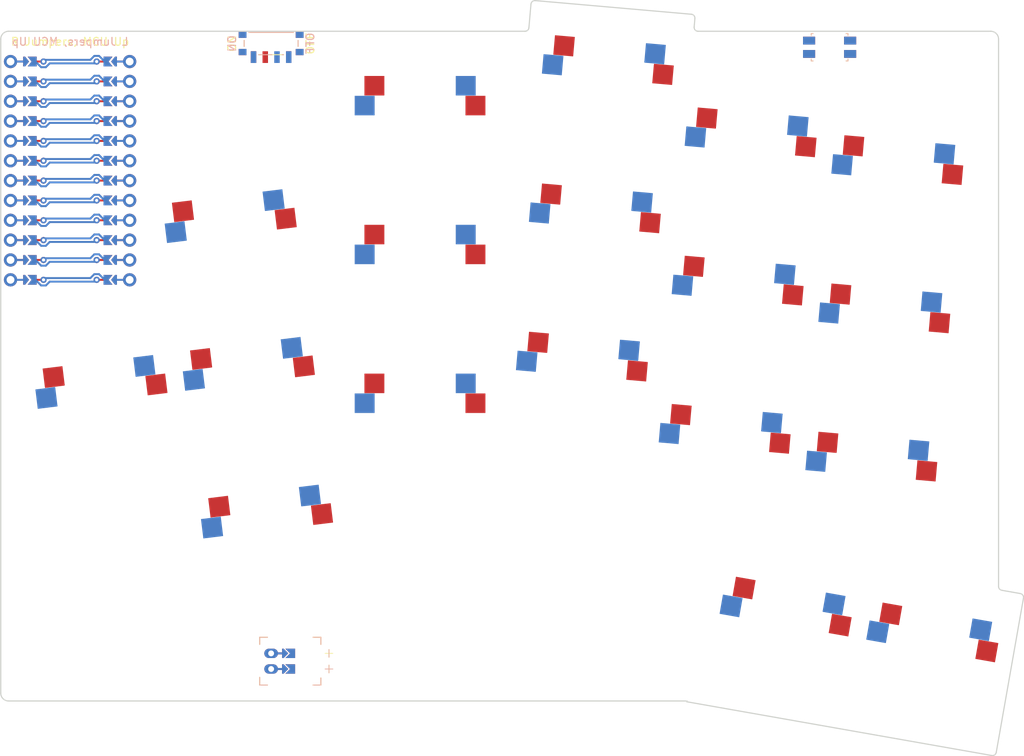
<source format=kicad_pcb>


(kicad_pcb
  (version 20240108)
  (generator "ergogen")
  (generator_version "4.1.0")
  (general
    (thickness 1.6)
    (legacy_teardrops no)
  )
  (paper "A3")
  (title_block
    (title "reversible_split")
    (date "2024-09-03")
    (rev "v1.0.0")
    (company "Unknown")
  )

  (layers
    (0 "F.Cu" signal)
    (31 "B.Cu" signal)
    (32 "B.Adhes" user "B.Adhesive")
    (33 "F.Adhes" user "F.Adhesive")
    (34 "B.Paste" user)
    (35 "F.Paste" user)
    (36 "B.SilkS" user "B.Silkscreen")
    (37 "F.SilkS" user "F.Silkscreen")
    (38 "B.Mask" user)
    (39 "F.Mask" user)
    (40 "Dwgs.User" user "User.Drawings")
    (41 "Cmts.User" user "User.Comments")
    (42 "Eco1.User" user "User.Eco1")
    (43 "Eco2.User" user "User.Eco2")
    (44 "Edge.Cuts" user)
    (45 "Margin" user)
    (46 "B.CrtYd" user "B.Courtyard")
    (47 "F.CrtYd" user "F.Courtyard")
    (48 "B.Fab" user)
    (49 "F.Fab" user)
  )

  (setup
    (pad_to_mask_clearance 0.05)
    (allow_soldermask_bridges_in_footprints no)
    (pcbplotparams
      (layerselection 0x00010fc_ffffffff)
      (plot_on_all_layers_selection 0x0000000_00000000)
      (disableapertmacros no)
      (usegerberextensions no)
      (usegerberattributes yes)
      (usegerberadvancedattributes yes)
      (creategerberjobfile yes)
      (dashed_line_dash_ratio 12.000000)
      (dashed_line_gap_ratio 3.000000)
      (svgprecision 4)
      (plotframeref no)
      (viasonmask no)
      (mode 1)
      (useauxorigin no)
      (hpglpennumber 1)
      (hpglpenspeed 20)
      (hpglpendiameter 15.000000)
      (pdf_front_fp_property_popups yes)
      (pdf_back_fp_property_popups yes)
      (dxfpolygonmode yes)
      (dxfimperialunits yes)
      (dxfusepcbnewfont yes)
      (psnegative no)
      (psa4output no)
      (plotreference yes)
      (plotvalue yes)
      (plotfptext yes)
      (plotinvisibletext no)
      (sketchpadsonfab no)
      (subtractmaskfromsilk no)
      (outputformat 1)
      (mirror no)
      (drillshape 1)
      (scaleselection 1)
      (outputdirectory "")
    )
  )

  (net 0 "")
(net 1 "GND")
(net 2 "matrix_outer_home")
(net 3 "matrix_pinky_bottom")
(net 4 "matrix_pinky_home")
(net 5 "matrix_pinky_top")
(net 6 "matrix_ring_bottom")
(net 7 "matrix_ring_home")
(net 8 "matrix_ring_top")
(net 9 "matrix_middle_bottom")
(net 10 "matrix_middle_home")
(net 11 "matrix_middle_top")
(net 12 "matrix_index_bottom")
(net 13 "matrix_index_home")
(net 14 "matrix_index_top")
(net 15 "matrix_inner_bottom")
(net 16 "matrix_inner_home")
(net 17 "matrix_inner_top")
(net 18 "thumb_tucky")
(net 19 "thumb_reachy")
(net 20 "RAW")
(net 21 "RST")
(net 22 "VCC")
(net 23 "P101")
(net 24 "P102")
(net 25 "P107")
(net 26 "MCU1_24")
(net 27 "MCU1_1")
(net 28 "MCU1_23")
(net 29 "MCU1_2")
(net 30 "MCU1_22")
(net 31 "MCU1_3")
(net 32 "MCU1_21")
(net 33 "MCU1_4")
(net 34 "MCU1_20")
(net 35 "MCU1_5")
(net 36 "MCU1_19")
(net 37 "MCU1_6")
(net 38 "MCU1_18")
(net 39 "MCU1_7")
(net 40 "MCU1_17")
(net 41 "MCU1_8")
(net 42 "MCU1_16")
(net 43 "MCU1_9")
(net 44 "MCU1_15")
(net 45 "MCU1_10")
(net 46 "MCU1_14")
(net 47 "MCU1_11")
(net 48 "MCU1_13")
(net 49 "MCU1_12")
(net 50 "pos")
(net 51 "B-")
(net 52 "JST1_1")
(net 53 "JST1_2")
(net 54 "B+")

  
        
      (module MX (layer F.Cu) (tedit 5DD4F656)
      (at 115.2134057 117.7869842 7)

      
      (fp_text reference "S1" (at 0 0) (layer F.SilkS) hide (effects (font (size 1.27 1.27) (thickness 0.15))))
      (fp_text value "" (at 0 0) (layer F.SilkS) hide (effects (font (size 1.27 1.27) (thickness 0.15))))

      
      (fp_line (start -7 -6) (end -7 -7) (layer Dwgs.User) (width 0.15))
      (fp_line (start -7 7) (end -6 7) (layer Dwgs.User) (width 0.15))
      (fp_line (start -6 -7) (end -7 -7) (layer Dwgs.User) (width 0.15))
      (fp_line (start -7 7) (end -7 6) (layer Dwgs.User) (width 0.15))
      (fp_line (start 7 6) (end 7 7) (layer Dwgs.User) (width 0.15))
      (fp_line (start 7 -7) (end 6 -7) (layer Dwgs.User) (width 0.15))
      (fp_line (start 6 7) (end 7 7) (layer Dwgs.User) (width 0.15))
      (fp_line (start 7 -7) (end 7 -6) (layer Dwgs.User) (width 0.15))
    
      
      (pad "" np_thru_hole circle (at 0 0) (size 3.9878 3.9878) (drill 3.9878) (layers *.Cu *.Mask))

      
      (pad "" np_thru_hole circle (at 5.08 0) (size 1.7018 1.7018) (drill 1.7018) (layers *.Cu *.Mask))
      (pad "" np_thru_hole circle (at -5.08 0) (size 1.7018 1.7018) (drill 1.7018) (layers *.Cu *.Mask))
      
        
      
      (fp_line (start -9.5 -9.5) (end 9.5 -9.5) (layer Dwgs.User) (width 0.15))
      (fp_line (start 9.5 -9.5) (end 9.5 9.5) (layer Dwgs.User) (width 0.15))
      (fp_line (start 9.5 9.5) (end -9.5 9.5) (layer Dwgs.User) (width 0.15))
      (fp_line (start -9.5 9.5) (end -9.5 -9.5) (layer Dwgs.User) (width 0.15))
      
        
        
        (pad "" np_thru_hole circle (at 2.54 -5.08) (size 3 3) (drill 3) (layers *.Cu *.Mask))
        (pad "" np_thru_hole circle (at -3.81 -2.54) (size 3 3) (drill 3) (layers *.Cu *.Mask))
        
        
        (pad 1 smd rect (at -7.085 -2.54 7) (size 2.55 2.5) (layers B.Cu B.Paste B.Mask) (net 1 "GND"))
        (pad 2 smd rect (at 5.842 -5.08 7) (size 2.55 2.5) (layers B.Cu B.Paste B.Mask) (net 2 "matrix_outer_home"))
        
        
        
        (pad "" np_thru_hole circle (at -2.54 -5.08) (size 3 3) (drill 3) (layers *.Cu *.Mask))
        (pad "" np_thru_hole circle (at 3.81 -2.54) (size 3 3) (drill 3) (layers *.Cu *.Mask))
        
        
        (pad 1 smd rect (at 7.085 -2.54 7) (size 2.55 2.5) (layers F.Cu F.Paste F.Mask) (net 1 "GND"))
        (pad 2 smd rect (at -5.842 -5.08 7) (size 2.55 2.5) (layers F.Cu F.Paste F.Mask) (net 2 "matrix_outer_home"))
        )
        

        
      (module MX (layer F.Cu) (tedit 5DD4F656)
      (at 136.3933936 134.3794709 7)

      
      (fp_text reference "S2" (at 0 0) (layer F.SilkS) hide (effects (font (size 1.27 1.27) (thickness 0.15))))
      (fp_text value "" (at 0 0) (layer F.SilkS) hide (effects (font (size 1.27 1.27) (thickness 0.15))))

      
      (fp_line (start -7 -6) (end -7 -7) (layer Dwgs.User) (width 0.15))
      (fp_line (start -7 7) (end -6 7) (layer Dwgs.User) (width 0.15))
      (fp_line (start -6 -7) (end -7 -7) (layer Dwgs.User) (width 0.15))
      (fp_line (start -7 7) (end -7 6) (layer Dwgs.User) (width 0.15))
      (fp_line (start 7 6) (end 7 7) (layer Dwgs.User) (width 0.15))
      (fp_line (start 7 -7) (end 6 -7) (layer Dwgs.User) (width 0.15))
      (fp_line (start 6 7) (end 7 7) (layer Dwgs.User) (width 0.15))
      (fp_line (start 7 -7) (end 7 -6) (layer Dwgs.User) (width 0.15))
    
      
      (pad "" np_thru_hole circle (at 0 0) (size 3.9878 3.9878) (drill 3.9878) (layers *.Cu *.Mask))

      
      (pad "" np_thru_hole circle (at 5.08 0) (size 1.7018 1.7018) (drill 1.7018) (layers *.Cu *.Mask))
      (pad "" np_thru_hole circle (at -5.08 0) (size 1.7018 1.7018) (drill 1.7018) (layers *.Cu *.Mask))
      
        
      
      (fp_line (start -9.5 -9.5) (end 9.5 -9.5) (layer Dwgs.User) (width 0.15))
      (fp_line (start 9.5 -9.5) (end 9.5 9.5) (layer Dwgs.User) (width 0.15))
      (fp_line (start 9.5 9.5) (end -9.5 9.5) (layer Dwgs.User) (width 0.15))
      (fp_line (start -9.5 9.5) (end -9.5 -9.5) (layer Dwgs.User) (width 0.15))
      
        
        
        (pad "" np_thru_hole circle (at 2.54 -5.08) (size 3 3) (drill 3) (layers *.Cu *.Mask))
        (pad "" np_thru_hole circle (at -3.81 -2.54) (size 3 3) (drill 3) (layers *.Cu *.Mask))
        
        
        (pad 1 smd rect (at -7.085 -2.54 7) (size 2.55 2.5) (layers B.Cu B.Paste B.Mask) (net 1 "GND"))
        (pad 2 smd rect (at 5.842 -5.08 7) (size 2.55 2.5) (layers B.Cu B.Paste B.Mask) (net 3 "matrix_pinky_bottom"))
        
        
        
        (pad "" np_thru_hole circle (at -2.54 -5.08) (size 3 3) (drill 3) (layers *.Cu *.Mask))
        (pad "" np_thru_hole circle (at 3.81 -2.54) (size 3 3) (drill 3) (layers *.Cu *.Mask))
        
        
        (pad 1 smd rect (at 7.085 -2.54 7) (size 2.55 2.5) (layers F.Cu F.Paste F.Mask) (net 1 "GND"))
        (pad 2 smd rect (at -5.842 -5.08 7) (size 2.55 2.5) (layers F.Cu F.Paste F.Mask) (net 3 "matrix_pinky_bottom"))
        )
        

        
      (module MX (layer F.Cu) (tedit 5DD4F656)
      (at 134.0717826 115.4714667 7)

      
      (fp_text reference "S3" (at 0 0) (layer F.SilkS) hide (effects (font (size 1.27 1.27) (thickness 0.15))))
      (fp_text value "" (at 0 0) (layer F.SilkS) hide (effects (font (size 1.27 1.27) (thickness 0.15))))

      
      (fp_line (start -7 -6) (end -7 -7) (layer Dwgs.User) (width 0.15))
      (fp_line (start -7 7) (end -6 7) (layer Dwgs.User) (width 0.15))
      (fp_line (start -6 -7) (end -7 -7) (layer Dwgs.User) (width 0.15))
      (fp_line (start -7 7) (end -7 6) (layer Dwgs.User) (width 0.15))
      (fp_line (start 7 6) (end 7 7) (layer Dwgs.User) (width 0.15))
      (fp_line (start 7 -7) (end 6 -7) (layer Dwgs.User) (width 0.15))
      (fp_line (start 6 7) (end 7 7) (layer Dwgs.User) (width 0.15))
      (fp_line (start 7 -7) (end 7 -6) (layer Dwgs.User) (width 0.15))
    
      
      (pad "" np_thru_hole circle (at 0 0) (size 3.9878 3.9878) (drill 3.9878) (layers *.Cu *.Mask))

      
      (pad "" np_thru_hole circle (at 5.08 0) (size 1.7018 1.7018) (drill 1.7018) (layers *.Cu *.Mask))
      (pad "" np_thru_hole circle (at -5.08 0) (size 1.7018 1.7018) (drill 1.7018) (layers *.Cu *.Mask))
      
        
      
      (fp_line (start -9.5 -9.5) (end 9.5 -9.5) (layer Dwgs.User) (width 0.15))
      (fp_line (start 9.5 -9.5) (end 9.5 9.5) (layer Dwgs.User) (width 0.15))
      (fp_line (start 9.5 9.5) (end -9.5 9.5) (layer Dwgs.User) (width 0.15))
      (fp_line (start -9.5 9.5) (end -9.5 -9.5) (layer Dwgs.User) (width 0.15))
      
        
        
        (pad "" np_thru_hole circle (at 2.54 -5.08) (size 3 3) (drill 3) (layers *.Cu *.Mask))
        (pad "" np_thru_hole circle (at -3.81 -2.54) (size 3 3) (drill 3) (layers *.Cu *.Mask))
        
        
        (pad 1 smd rect (at -7.085 -2.54 7) (size 2.55 2.5) (layers B.Cu B.Paste B.Mask) (net 1 "GND"))
        (pad 2 smd rect (at 5.842 -5.08 7) (size 2.55 2.5) (layers B.Cu B.Paste B.Mask) (net 4 "matrix_pinky_home"))
        
        
        
        (pad "" np_thru_hole circle (at -2.54 -5.08) (size 3 3) (drill 3) (layers *.Cu *.Mask))
        (pad "" np_thru_hole circle (at 3.81 -2.54) (size 3 3) (drill 3) (layers *.Cu *.Mask))
        
        
        (pad 1 smd rect (at 7.085 -2.54 7) (size 2.55 2.5) (layers F.Cu F.Paste F.Mask) (net 1 "GND"))
        (pad 2 smd rect (at -5.842 -5.08 7) (size 2.55 2.5) (layers F.Cu F.Paste F.Mask) (net 4 "matrix_pinky_home"))
        )
        

        
      (module MX (layer F.Cu) (tedit 5DD4F656)
      (at 131.7501716 96.5634625 7)

      
      (fp_text reference "S4" (at 0 0) (layer F.SilkS) hide (effects (font (size 1.27 1.27) (thickness 0.15))))
      (fp_text value "" (at 0 0) (layer F.SilkS) hide (effects (font (size 1.27 1.27) (thickness 0.15))))

      
      (fp_line (start -7 -6) (end -7 -7) (layer Dwgs.User) (width 0.15))
      (fp_line (start -7 7) (end -6 7) (layer Dwgs.User) (width 0.15))
      (fp_line (start -6 -7) (end -7 -7) (layer Dwgs.User) (width 0.15))
      (fp_line (start -7 7) (end -7 6) (layer Dwgs.User) (width 0.15))
      (fp_line (start 7 6) (end 7 7) (layer Dwgs.User) (width 0.15))
      (fp_line (start 7 -7) (end 6 -7) (layer Dwgs.User) (width 0.15))
      (fp_line (start 6 7) (end 7 7) (layer Dwgs.User) (width 0.15))
      (fp_line (start 7 -7) (end 7 -6) (layer Dwgs.User) (width 0.15))
    
      
      (pad "" np_thru_hole circle (at 0 0) (size 3.9878 3.9878) (drill 3.9878) (layers *.Cu *.Mask))

      
      (pad "" np_thru_hole circle (at 5.08 0) (size 1.7018 1.7018) (drill 1.7018) (layers *.Cu *.Mask))
      (pad "" np_thru_hole circle (at -5.08 0) (size 1.7018 1.7018) (drill 1.7018) (layers *.Cu *.Mask))
      
        
      
      (fp_line (start -9.5 -9.5) (end 9.5 -9.5) (layer Dwgs.User) (width 0.15))
      (fp_line (start 9.5 -9.5) (end 9.5 9.5) (layer Dwgs.User) (width 0.15))
      (fp_line (start 9.5 9.5) (end -9.5 9.5) (layer Dwgs.User) (width 0.15))
      (fp_line (start -9.5 9.5) (end -9.5 -9.5) (layer Dwgs.User) (width 0.15))
      
        
        
        (pad "" np_thru_hole circle (at 2.54 -5.08) (size 3 3) (drill 3) (layers *.Cu *.Mask))
        (pad "" np_thru_hole circle (at -3.81 -2.54) (size 3 3) (drill 3) (layers *.Cu *.Mask))
        
        
        (pad 1 smd rect (at -7.085 -2.54 7) (size 2.55 2.5) (layers B.Cu B.Paste B.Mask) (net 1 "GND"))
        (pad 2 smd rect (at 5.842 -5.08 7) (size 2.55 2.5) (layers B.Cu B.Paste B.Mask) (net 5 "matrix_pinky_top"))
        
        
        
        (pad "" np_thru_hole circle (at -2.54 -5.08) (size 3 3) (drill 3) (layers *.Cu *.Mask))
        (pad "" np_thru_hole circle (at 3.81 -2.54) (size 3 3) (drill 3) (layers *.Cu *.Mask))
        
        
        (pad 1 smd rect (at 7.085 -2.54 7) (size 2.55 2.5) (layers F.Cu F.Paste F.Mask) (net 1 "GND"))
        (pad 2 smd rect (at -5.842 -5.08 7) (size 2.55 2.5) (layers F.Cu F.Paste F.Mask) (net 5 "matrix_pinky_top"))
        )
        

        
      (module MX (layer F.Cu) (tedit 5DD4F656)
      (at 155.6599349 119.346416 0)

      
      (fp_text reference "S5" (at 0 0) (layer F.SilkS) hide (effects (font (size 1.27 1.27) (thickness 0.15))))
      (fp_text value "" (at 0 0) (layer F.SilkS) hide (effects (font (size 1.27 1.27) (thickness 0.15))))

      
      (fp_line (start -7 -6) (end -7 -7) (layer Dwgs.User) (width 0.15))
      (fp_line (start -7 7) (end -6 7) (layer Dwgs.User) (width 0.15))
      (fp_line (start -6 -7) (end -7 -7) (layer Dwgs.User) (width 0.15))
      (fp_line (start -7 7) (end -7 6) (layer Dwgs.User) (width 0.15))
      (fp_line (start 7 6) (end 7 7) (layer Dwgs.User) (width 0.15))
      (fp_line (start 7 -7) (end 6 -7) (layer Dwgs.User) (width 0.15))
      (fp_line (start 6 7) (end 7 7) (layer Dwgs.User) (width 0.15))
      (fp_line (start 7 -7) (end 7 -6) (layer Dwgs.User) (width 0.15))
    
      
      (pad "" np_thru_hole circle (at 0 0) (size 3.9878 3.9878) (drill 3.9878) (layers *.Cu *.Mask))

      
      (pad "" np_thru_hole circle (at 5.08 0) (size 1.7018 1.7018) (drill 1.7018) (layers *.Cu *.Mask))
      (pad "" np_thru_hole circle (at -5.08 0) (size 1.7018 1.7018) (drill 1.7018) (layers *.Cu *.Mask))
      
        
      
      (fp_line (start -9.5 -9.5) (end 9.5 -9.5) (layer Dwgs.User) (width 0.15))
      (fp_line (start 9.5 -9.5) (end 9.5 9.5) (layer Dwgs.User) (width 0.15))
      (fp_line (start 9.5 9.5) (end -9.5 9.5) (layer Dwgs.User) (width 0.15))
      (fp_line (start -9.5 9.5) (end -9.5 -9.5) (layer Dwgs.User) (width 0.15))
      
        
        
        (pad "" np_thru_hole circle (at 2.54 -5.08) (size 3 3) (drill 3) (layers *.Cu *.Mask))
        (pad "" np_thru_hole circle (at -3.81 -2.54) (size 3 3) (drill 3) (layers *.Cu *.Mask))
        
        
        (pad 1 smd rect (at -7.085 -2.54 0) (size 2.55 2.5) (layers B.Cu B.Paste B.Mask) (net 1 "GND"))
        (pad 2 smd rect (at 5.842 -5.08 0) (size 2.55 2.5) (layers B.Cu B.Paste B.Mask) (net 6 "matrix_ring_bottom"))
        
        
        
        (pad "" np_thru_hole circle (at -2.54 -5.08) (size 3 3) (drill 3) (layers *.Cu *.Mask))
        (pad "" np_thru_hole circle (at 3.81 -2.54) (size 3 3) (drill 3) (layers *.Cu *.Mask))
        
        
        (pad 1 smd rect (at 7.085 -2.54 0) (size 2.55 2.5) (layers F.Cu F.Paste F.Mask) (net 1 "GND"))
        (pad 2 smd rect (at -5.842 -5.08 0) (size 2.55 2.5) (layers F.Cu F.Paste F.Mask) (net 6 "matrix_ring_bottom"))
        )
        

        
      (module MX (layer F.Cu) (tedit 5DD4F656)
      (at 155.6599349 100.296416 0)

      
      (fp_text reference "S6" (at 0 0) (layer F.SilkS) hide (effects (font (size 1.27 1.27) (thickness 0.15))))
      (fp_text value "" (at 0 0) (layer F.SilkS) hide (effects (font (size 1.27 1.27) (thickness 0.15))))

      
      (fp_line (start -7 -6) (end -7 -7) (layer Dwgs.User) (width 0.15))
      (fp_line (start -7 7) (end -6 7) (layer Dwgs.User) (width 0.15))
      (fp_line (start -6 -7) (end -7 -7) (layer Dwgs.User) (width 0.15))
      (fp_line (start -7 7) (end -7 6) (layer Dwgs.User) (width 0.15))
      (fp_line (start 7 6) (end 7 7) (layer Dwgs.User) (width 0.15))
      (fp_line (start 7 -7) (end 6 -7) (layer Dwgs.User) (width 0.15))
      (fp_line (start 6 7) (end 7 7) (layer Dwgs.User) (width 0.15))
      (fp_line (start 7 -7) (end 7 -6) (layer Dwgs.User) (width 0.15))
    
      
      (pad "" np_thru_hole circle (at 0 0) (size 3.9878 3.9878) (drill 3.9878) (layers *.Cu *.Mask))

      
      (pad "" np_thru_hole circle (at 5.08 0) (size 1.7018 1.7018) (drill 1.7018) (layers *.Cu *.Mask))
      (pad "" np_thru_hole circle (at -5.08 0) (size 1.7018 1.7018) (drill 1.7018) (layers *.Cu *.Mask))
      
        
      
      (fp_line (start -9.5 -9.5) (end 9.5 -9.5) (layer Dwgs.User) (width 0.15))
      (fp_line (start 9.5 -9.5) (end 9.5 9.5) (layer Dwgs.User) (width 0.15))
      (fp_line (start 9.5 9.5) (end -9.5 9.5) (layer Dwgs.User) (width 0.15))
      (fp_line (start -9.5 9.5) (end -9.5 -9.5) (layer Dwgs.User) (width 0.15))
      
        
        
        (pad "" np_thru_hole circle (at 2.54 -5.08) (size 3 3) (drill 3) (layers *.Cu *.Mask))
        (pad "" np_thru_hole circle (at -3.81 -2.54) (size 3 3) (drill 3) (layers *.Cu *.Mask))
        
        
        (pad 1 smd rect (at -7.085 -2.54 0) (size 2.55 2.5) (layers B.Cu B.Paste B.Mask) (net 1 "GND"))
        (pad 2 smd rect (at 5.842 -5.08 0) (size 2.55 2.5) (layers B.Cu B.Paste B.Mask) (net 7 "matrix_ring_home"))
        
        
        
        (pad "" np_thru_hole circle (at -2.54 -5.08) (size 3 3) (drill 3) (layers *.Cu *.Mask))
        (pad "" np_thru_hole circle (at 3.81 -2.54) (size 3 3) (drill 3) (layers *.Cu *.Mask))
        
        
        (pad 1 smd rect (at 7.085 -2.54 0) (size 2.55 2.5) (layers F.Cu F.Paste F.Mask) (net 1 "GND"))
        (pad 2 smd rect (at -5.842 -5.08 0) (size 2.55 2.5) (layers F.Cu F.Paste F.Mask) (net 7 "matrix_ring_home"))
        )
        

        
      (module MX (layer F.Cu) (tedit 5DD4F656)
      (at 155.6599349 81.246416 0)

      
      (fp_text reference "S7" (at 0 0) (layer F.SilkS) hide (effects (font (size 1.27 1.27) (thickness 0.15))))
      (fp_text value "" (at 0 0) (layer F.SilkS) hide (effects (font (size 1.27 1.27) (thickness 0.15))))

      
      (fp_line (start -7 -6) (end -7 -7) (layer Dwgs.User) (width 0.15))
      (fp_line (start -7 7) (end -6 7) (layer Dwgs.User) (width 0.15))
      (fp_line (start -6 -7) (end -7 -7) (layer Dwgs.User) (width 0.15))
      (fp_line (start -7 7) (end -7 6) (layer Dwgs.User) (width 0.15))
      (fp_line (start 7 6) (end 7 7) (layer Dwgs.User) (width 0.15))
      (fp_line (start 7 -7) (end 6 -7) (layer Dwgs.User) (width 0.15))
      (fp_line (start 6 7) (end 7 7) (layer Dwgs.User) (width 0.15))
      (fp_line (start 7 -7) (end 7 -6) (layer Dwgs.User) (width 0.15))
    
      
      (pad "" np_thru_hole circle (at 0 0) (size 3.9878 3.9878) (drill 3.9878) (layers *.Cu *.Mask))

      
      (pad "" np_thru_hole circle (at 5.08 0) (size 1.7018 1.7018) (drill 1.7018) (layers *.Cu *.Mask))
      (pad "" np_thru_hole circle (at -5.08 0) (size 1.7018 1.7018) (drill 1.7018) (layers *.Cu *.Mask))
      
        
      
      (fp_line (start -9.5 -9.5) (end 9.5 -9.5) (layer Dwgs.User) (width 0.15))
      (fp_line (start 9.5 -9.5) (end 9.5 9.5) (layer Dwgs.User) (width 0.15))
      (fp_line (start 9.5 9.5) (end -9.5 9.5) (layer Dwgs.User) (width 0.15))
      (fp_line (start -9.5 9.5) (end -9.5 -9.5) (layer Dwgs.User) (width 0.15))
      
        
        
        (pad "" np_thru_hole circle (at 2.54 -5.08) (size 3 3) (drill 3) (layers *.Cu *.Mask))
        (pad "" np_thru_hole circle (at -3.81 -2.54) (size 3 3) (drill 3) (layers *.Cu *.Mask))
        
        
        (pad 1 smd rect (at -7.085 -2.54 0) (size 2.55 2.5) (layers B.Cu B.Paste B.Mask) (net 1 "GND"))
        (pad 2 smd rect (at 5.842 -5.08 0) (size 2.55 2.5) (layers B.Cu B.Paste B.Mask) (net 8 "matrix_ring_top"))
        
        
        
        (pad "" np_thru_hole circle (at -2.54 -5.08) (size 3 3) (drill 3) (layers *.Cu *.Mask))
        (pad "" np_thru_hole circle (at 3.81 -2.54) (size 3 3) (drill 3) (layers *.Cu *.Mask))
        
        
        (pad 1 smd rect (at 7.085 -2.54 0) (size 2.55 2.5) (layers F.Cu F.Paste F.Mask) (net 1 "GND"))
        (pad 2 smd rect (at -5.842 -5.08 0) (size 2.55 2.5) (layers F.Cu F.Paste F.Mask) (net 8 "matrix_ring_top"))
        )
        

        
      (module MX (layer F.Cu) (tedit 5DD4F656)
      (at 176.138685 114.5839161 -5)

      
      (fp_text reference "S8" (at 0 0) (layer F.SilkS) hide (effects (font (size 1.27 1.27) (thickness 0.15))))
      (fp_text value "" (at 0 0) (layer F.SilkS) hide (effects (font (size 1.27 1.27) (thickness 0.15))))

      
      (fp_line (start -7 -6) (end -7 -7) (layer Dwgs.User) (width 0.15))
      (fp_line (start -7 7) (end -6 7) (layer Dwgs.User) (width 0.15))
      (fp_line (start -6 -7) (end -7 -7) (layer Dwgs.User) (width 0.15))
      (fp_line (start -7 7) (end -7 6) (layer Dwgs.User) (width 0.15))
      (fp_line (start 7 6) (end 7 7) (layer Dwgs.User) (width 0.15))
      (fp_line (start 7 -7) (end 6 -7) (layer Dwgs.User) (width 0.15))
      (fp_line (start 6 7) (end 7 7) (layer Dwgs.User) (width 0.15))
      (fp_line (start 7 -7) (end 7 -6) (layer Dwgs.User) (width 0.15))
    
      
      (pad "" np_thru_hole circle (at 0 0) (size 3.9878 3.9878) (drill 3.9878) (layers *.Cu *.Mask))

      
      (pad "" np_thru_hole circle (at 5.08 0) (size 1.7018 1.7018) (drill 1.7018) (layers *.Cu *.Mask))
      (pad "" np_thru_hole circle (at -5.08 0) (size 1.7018 1.7018) (drill 1.7018) (layers *.Cu *.Mask))
      
        
      
      (fp_line (start -9.5 -9.5) (end 9.5 -9.5) (layer Dwgs.User) (width 0.15))
      (fp_line (start 9.5 -9.5) (end 9.5 9.5) (layer Dwgs.User) (width 0.15))
      (fp_line (start 9.5 9.5) (end -9.5 9.5) (layer Dwgs.User) (width 0.15))
      (fp_line (start -9.5 9.5) (end -9.5 -9.5) (layer Dwgs.User) (width 0.15))
      
        
        
        (pad "" np_thru_hole circle (at 2.54 -5.08) (size 3 3) (drill 3) (layers *.Cu *.Mask))
        (pad "" np_thru_hole circle (at -3.81 -2.54) (size 3 3) (drill 3) (layers *.Cu *.Mask))
        
        
        (pad 1 smd rect (at -7.085 -2.54 -5) (size 2.55 2.5) (layers B.Cu B.Paste B.Mask) (net 1 "GND"))
        (pad 2 smd rect (at 5.842 -5.08 -5) (size 2.55 2.5) (layers B.Cu B.Paste B.Mask) (net 9 "matrix_middle_bottom"))
        
        
        
        (pad "" np_thru_hole circle (at -2.54 -5.08) (size 3 3) (drill 3) (layers *.Cu *.Mask))
        (pad "" np_thru_hole circle (at 3.81 -2.54) (size 3 3) (drill 3) (layers *.Cu *.Mask))
        
        
        (pad 1 smd rect (at 7.085 -2.54 -5) (size 2.55 2.5) (layers F.Cu F.Paste F.Mask) (net 1 "GND"))
        (pad 2 smd rect (at -5.842 -5.08 -5) (size 2.55 2.5) (layers F.Cu F.Paste F.Mask) (net 9 "matrix_middle_bottom"))
        )
        

        
      (module MX (layer F.Cu) (tedit 5DD4F656)
      (at 177.7990019 95.606407 -5)

      
      (fp_text reference "S9" (at 0 0) (layer F.SilkS) hide (effects (font (size 1.27 1.27) (thickness 0.15))))
      (fp_text value "" (at 0 0) (layer F.SilkS) hide (effects (font (size 1.27 1.27) (thickness 0.15))))

      
      (fp_line (start -7 -6) (end -7 -7) (layer Dwgs.User) (width 0.15))
      (fp_line (start -7 7) (end -6 7) (layer Dwgs.User) (width 0.15))
      (fp_line (start -6 -7) (end -7 -7) (layer Dwgs.User) (width 0.15))
      (fp_line (start -7 7) (end -7 6) (layer Dwgs.User) (width 0.15))
      (fp_line (start 7 6) (end 7 7) (layer Dwgs.User) (width 0.15))
      (fp_line (start 7 -7) (end 6 -7) (layer Dwgs.User) (width 0.15))
      (fp_line (start 6 7) (end 7 7) (layer Dwgs.User) (width 0.15))
      (fp_line (start 7 -7) (end 7 -6) (layer Dwgs.User) (width 0.15))
    
      
      (pad "" np_thru_hole circle (at 0 0) (size 3.9878 3.9878) (drill 3.9878) (layers *.Cu *.Mask))

      
      (pad "" np_thru_hole circle (at 5.08 0) (size 1.7018 1.7018) (drill 1.7018) (layers *.Cu *.Mask))
      (pad "" np_thru_hole circle (at -5.08 0) (size 1.7018 1.7018) (drill 1.7018) (layers *.Cu *.Mask))
      
        
      
      (fp_line (start -9.5 -9.5) (end 9.5 -9.5) (layer Dwgs.User) (width 0.15))
      (fp_line (start 9.5 -9.5) (end 9.5 9.5) (layer Dwgs.User) (width 0.15))
      (fp_line (start 9.5 9.5) (end -9.5 9.5) (layer Dwgs.User) (width 0.15))
      (fp_line (start -9.5 9.5) (end -9.5 -9.5) (layer Dwgs.User) (width 0.15))
      
        
        
        (pad "" np_thru_hole circle (at 2.54 -5.08) (size 3 3) (drill 3) (layers *.Cu *.Mask))
        (pad "" np_thru_hole circle (at -3.81 -2.54) (size 3 3) (drill 3) (layers *.Cu *.Mask))
        
        
        (pad 1 smd rect (at -7.085 -2.54 -5) (size 2.55 2.5) (layers B.Cu B.Paste B.Mask) (net 1 "GND"))
        (pad 2 smd rect (at 5.842 -5.08 -5) (size 2.55 2.5) (layers B.Cu B.Paste B.Mask) (net 10 "matrix_middle_home"))
        
        
        
        (pad "" np_thru_hole circle (at -2.54 -5.08) (size 3 3) (drill 3) (layers *.Cu *.Mask))
        (pad "" np_thru_hole circle (at 3.81 -2.54) (size 3 3) (drill 3) (layers *.Cu *.Mask))
        
        
        (pad 1 smd rect (at 7.085 -2.54 -5) (size 2.55 2.5) (layers F.Cu F.Paste F.Mask) (net 1 "GND"))
        (pad 2 smd rect (at -5.842 -5.08 -5) (size 2.55 2.5) (layers F.Cu F.Paste F.Mask) (net 10 "matrix_middle_home"))
        )
        

        
      (module MX (layer F.Cu) (tedit 5DD4F656)
      (at 179.4593187 76.628898 -5)

      
      (fp_text reference "S10" (at 0 0) (layer F.SilkS) hide (effects (font (size 1.27 1.27) (thickness 0.15))))
      (fp_text value "" (at 0 0) (layer F.SilkS) hide (effects (font (size 1.27 1.27) (thickness 0.15))))

      
      (fp_line (start -7 -6) (end -7 -7) (layer Dwgs.User) (width 0.15))
      (fp_line (start -7 7) (end -6 7) (layer Dwgs.User) (width 0.15))
      (fp_line (start -6 -7) (end -7 -7) (layer Dwgs.User) (width 0.15))
      (fp_line (start -7 7) (end -7 6) (layer Dwgs.User) (width 0.15))
      (fp_line (start 7 6) (end 7 7) (layer Dwgs.User) (width 0.15))
      (fp_line (start 7 -7) (end 6 -7) (layer Dwgs.User) (width 0.15))
      (fp_line (start 6 7) (end 7 7) (layer Dwgs.User) (width 0.15))
      (fp_line (start 7 -7) (end 7 -6) (layer Dwgs.User) (width 0.15))
    
      
      (pad "" np_thru_hole circle (at 0 0) (size 3.9878 3.9878) (drill 3.9878) (layers *.Cu *.Mask))

      
      (pad "" np_thru_hole circle (at 5.08 0) (size 1.7018 1.7018) (drill 1.7018) (layers *.Cu *.Mask))
      (pad "" np_thru_hole circle (at -5.08 0) (size 1.7018 1.7018) (drill 1.7018) (layers *.Cu *.Mask))
      
        
      
      (fp_line (start -9.5 -9.5) (end 9.5 -9.5) (layer Dwgs.User) (width 0.15))
      (fp_line (start 9.5 -9.5) (end 9.5 9.5) (layer Dwgs.User) (width 0.15))
      (fp_line (start 9.5 9.5) (end -9.5 9.5) (layer Dwgs.User) (width 0.15))
      (fp_line (start -9.5 9.5) (end -9.5 -9.5) (layer Dwgs.User) (width 0.15))
      
        
        
        (pad "" np_thru_hole circle (at 2.54 -5.08) (size 3 3) (drill 3) (layers *.Cu *.Mask))
        (pad "" np_thru_hole circle (at -3.81 -2.54) (size 3 3) (drill 3) (layers *.Cu *.Mask))
        
        
        (pad 1 smd rect (at -7.085 -2.54 -5) (size 2.55 2.5) (layers B.Cu B.Paste B.Mask) (net 1 "GND"))
        (pad 2 smd rect (at 5.842 -5.08 -5) (size 2.55 2.5) (layers B.Cu B.Paste B.Mask) (net 11 "matrix_middle_top"))
        
        
        
        (pad "" np_thru_hole circle (at -2.54 -5.08) (size 3 3) (drill 3) (layers *.Cu *.Mask))
        (pad "" np_thru_hole circle (at 3.81 -2.54) (size 3 3) (drill 3) (layers *.Cu *.Mask))
        
        
        (pad 1 smd rect (at 7.085 -2.54 -5) (size 2.55 2.5) (layers F.Cu F.Paste F.Mask) (net 1 "GND"))
        (pad 2 smd rect (at -5.842 -5.08 -5) (size 2.55 2.5) (layers F.Cu F.Paste F.Mask) (net 11 "matrix_middle_top"))
        )
        

        
      (module MX (layer F.Cu) (tedit 5DD4F656)
      (at 194.4022573 123.8308787 -5)

      
      (fp_text reference "S11" (at 0 0) (layer F.SilkS) hide (effects (font (size 1.27 1.27) (thickness 0.15))))
      (fp_text value "" (at 0 0) (layer F.SilkS) hide (effects (font (size 1.27 1.27) (thickness 0.15))))

      
      (fp_line (start -7 -6) (end -7 -7) (layer Dwgs.User) (width 0.15))
      (fp_line (start -7 7) (end -6 7) (layer Dwgs.User) (width 0.15))
      (fp_line (start -6 -7) (end -7 -7) (layer Dwgs.User) (width 0.15))
      (fp_line (start -7 7) (end -7 6) (layer Dwgs.User) (width 0.15))
      (fp_line (start 7 6) (end 7 7) (layer Dwgs.User) (width 0.15))
      (fp_line (start 7 -7) (end 6 -7) (layer Dwgs.User) (width 0.15))
      (fp_line (start 6 7) (end 7 7) (layer Dwgs.User) (width 0.15))
      (fp_line (start 7 -7) (end 7 -6) (layer Dwgs.User) (width 0.15))
    
      
      (pad "" np_thru_hole circle (at 0 0) (size 3.9878 3.9878) (drill 3.9878) (layers *.Cu *.Mask))

      
      (pad "" np_thru_hole circle (at 5.08 0) (size 1.7018 1.7018) (drill 1.7018) (layers *.Cu *.Mask))
      (pad "" np_thru_hole circle (at -5.08 0) (size 1.7018 1.7018) (drill 1.7018) (layers *.Cu *.Mask))
      
        
      
      (fp_line (start -9.5 -9.5) (end 9.5 -9.5) (layer Dwgs.User) (width 0.15))
      (fp_line (start 9.5 -9.5) (end 9.5 9.5) (layer Dwgs.User) (width 0.15))
      (fp_line (start 9.5 9.5) (end -9.5 9.5) (layer Dwgs.User) (width 0.15))
      (fp_line (start -9.5 9.5) (end -9.5 -9.5) (layer Dwgs.User) (width 0.15))
      
        
        
        (pad "" np_thru_hole circle (at 2.54 -5.08) (size 3 3) (drill 3) (layers *.Cu *.Mask))
        (pad "" np_thru_hole circle (at -3.81 -2.54) (size 3 3) (drill 3) (layers *.Cu *.Mask))
        
        
        (pad 1 smd rect (at -7.085 -2.54 -5) (size 2.55 2.5) (layers B.Cu B.Paste B.Mask) (net 1 "GND"))
        (pad 2 smd rect (at 5.842 -5.08 -5) (size 2.55 2.5) (layers B.Cu B.Paste B.Mask) (net 12 "matrix_index_bottom"))
        
        
        
        (pad "" np_thru_hole circle (at -2.54 -5.08) (size 3 3) (drill 3) (layers *.Cu *.Mask))
        (pad "" np_thru_hole circle (at 3.81 -2.54) (size 3 3) (drill 3) (layers *.Cu *.Mask))
        
        
        (pad 1 smd rect (at 7.085 -2.54 -5) (size 2.55 2.5) (layers F.Cu F.Paste F.Mask) (net 1 "GND"))
        (pad 2 smd rect (at -5.842 -5.08 -5) (size 2.55 2.5) (layers F.Cu F.Paste F.Mask) (net 12 "matrix_index_bottom"))
        )
        

        
      (module MX (layer F.Cu) (tedit 5DD4F656)
      (at 196.0625742 104.8533697 -5)

      
      (fp_text reference "S12" (at 0 0) (layer F.SilkS) hide (effects (font (size 1.27 1.27) (thickness 0.15))))
      (fp_text value "" (at 0 0) (layer F.SilkS) hide (effects (font (size 1.27 1.27) (thickness 0.15))))

      
      (fp_line (start -7 -6) (end -7 -7) (layer Dwgs.User) (width 0.15))
      (fp_line (start -7 7) (end -6 7) (layer Dwgs.User) (width 0.15))
      (fp_line (start -6 -7) (end -7 -7) (layer Dwgs.User) (width 0.15))
      (fp_line (start -7 7) (end -7 6) (layer Dwgs.User) (width 0.15))
      (fp_line (start 7 6) (end 7 7) (layer Dwgs.User) (width 0.15))
      (fp_line (start 7 -7) (end 6 -7) (layer Dwgs.User) (width 0.15))
      (fp_line (start 6 7) (end 7 7) (layer Dwgs.User) (width 0.15))
      (fp_line (start 7 -7) (end 7 -6) (layer Dwgs.User) (width 0.15))
    
      
      (pad "" np_thru_hole circle (at 0 0) (size 3.9878 3.9878) (drill 3.9878) (layers *.Cu *.Mask))

      
      (pad "" np_thru_hole circle (at 5.08 0) (size 1.7018 1.7018) (drill 1.7018) (layers *.Cu *.Mask))
      (pad "" np_thru_hole circle (at -5.08 0) (size 1.7018 1.7018) (drill 1.7018) (layers *.Cu *.Mask))
      
        
      
      (fp_line (start -9.5 -9.5) (end 9.5 -9.5) (layer Dwgs.User) (width 0.15))
      (fp_line (start 9.5 -9.5) (end 9.5 9.5) (layer Dwgs.User) (width 0.15))
      (fp_line (start 9.5 9.5) (end -9.5 9.5) (layer Dwgs.User) (width 0.15))
      (fp_line (start -9.5 9.5) (end -9.5 -9.5) (layer Dwgs.User) (width 0.15))
      
        
        
        (pad "" np_thru_hole circle (at 2.54 -5.08) (size 3 3) (drill 3) (layers *.Cu *.Mask))
        (pad "" np_thru_hole circle (at -3.81 -2.54) (size 3 3) (drill 3) (layers *.Cu *.Mask))
        
        
        (pad 1 smd rect (at -7.085 -2.54 -5) (size 2.55 2.5) (layers B.Cu B.Paste B.Mask) (net 1 "GND"))
        (pad 2 smd rect (at 5.842 -5.08 -5) (size 2.55 2.5) (layers B.Cu B.Paste B.Mask) (net 13 "matrix_index_home"))
        
        
        
        (pad "" np_thru_hole circle (at -2.54 -5.08) (size 3 3) (drill 3) (layers *.Cu *.Mask))
        (pad "" np_thru_hole circle (at 3.81 -2.54) (size 3 3) (drill 3) (layers *.Cu *.Mask))
        
        
        (pad 1 smd rect (at 7.085 -2.54 -5) (size 2.55 2.5) (layers F.Cu F.Paste F.Mask) (net 1 "GND"))
        (pad 2 smd rect (at -5.842 -5.08 -5) (size 2.55 2.5) (layers F.Cu F.Paste F.Mask) (net 13 "matrix_index_home"))
        )
        

        
      (module MX (layer F.Cu) (tedit 5DD4F656)
      (at 197.7228911 85.8758607 -5)

      
      (fp_text reference "S13" (at 0 0) (layer F.SilkS) hide (effects (font (size 1.27 1.27) (thickness 0.15))))
      (fp_text value "" (at 0 0) (layer F.SilkS) hide (effects (font (size 1.27 1.27) (thickness 0.15))))

      
      (fp_line (start -7 -6) (end -7 -7) (layer Dwgs.User) (width 0.15))
      (fp_line (start -7 7) (end -6 7) (layer Dwgs.User) (width 0.15))
      (fp_line (start -6 -7) (end -7 -7) (layer Dwgs.User) (width 0.15))
      (fp_line (start -7 7) (end -7 6) (layer Dwgs.User) (width 0.15))
      (fp_line (start 7 6) (end 7 7) (layer Dwgs.User) (width 0.15))
      (fp_line (start 7 -7) (end 6 -7) (layer Dwgs.User) (width 0.15))
      (fp_line (start 6 7) (end 7 7) (layer Dwgs.User) (width 0.15))
      (fp_line (start 7 -7) (end 7 -6) (layer Dwgs.User) (width 0.15))
    
      
      (pad "" np_thru_hole circle (at 0 0) (size 3.9878 3.9878) (drill 3.9878) (layers *.Cu *.Mask))

      
      (pad "" np_thru_hole circle (at 5.08 0) (size 1.7018 1.7018) (drill 1.7018) (layers *.Cu *.Mask))
      (pad "" np_thru_hole circle (at -5.08 0) (size 1.7018 1.7018) (drill 1.7018) (layers *.Cu *.Mask))
      
        
      
      (fp_line (start -9.5 -9.5) (end 9.5 -9.5) (layer Dwgs.User) (width 0.15))
      (fp_line (start 9.5 -9.5) (end 9.5 9.5) (layer Dwgs.User) (width 0.15))
      (fp_line (start 9.5 9.5) (end -9.5 9.5) (layer Dwgs.User) (width 0.15))
      (fp_line (start -9.5 9.5) (end -9.5 -9.5) (layer Dwgs.User) (width 0.15))
      
        
        
        (pad "" np_thru_hole circle (at 2.54 -5.08) (size 3 3) (drill 3) (layers *.Cu *.Mask))
        (pad "" np_thru_hole circle (at -3.81 -2.54) (size 3 3) (drill 3) (layers *.Cu *.Mask))
        
        
        (pad 1 smd rect (at -7.085 -2.54 -5) (size 2.55 2.5) (layers B.Cu B.Paste B.Mask) (net 1 "GND"))
        (pad 2 smd rect (at 5.842 -5.08 -5) (size 2.55 2.5) (layers B.Cu B.Paste B.Mask) (net 14 "matrix_index_top"))
        
        
        
        (pad "" np_thru_hole circle (at -2.54 -5.08) (size 3 3) (drill 3) (layers *.Cu *.Mask))
        (pad "" np_thru_hole circle (at 3.81 -2.54) (size 3 3) (drill 3) (layers *.Cu *.Mask))
        
        
        (pad 1 smd rect (at 7.085 -2.54 -5) (size 2.55 2.5) (layers F.Cu F.Paste F.Mask) (net 1 "GND"))
        (pad 2 smd rect (at -5.842 -5.08 -5) (size 2.55 2.5) (layers F.Cu F.Paste F.Mask) (net 14 "matrix_index_top"))
        )
        

        
      (module MX (layer F.Cu) (tedit 5DD4F656)
      (at 213.163925 127.3845887 -5)

      
      (fp_text reference "S14" (at 0 0) (layer F.SilkS) hide (effects (font (size 1.27 1.27) (thickness 0.15))))
      (fp_text value "" (at 0 0) (layer F.SilkS) hide (effects (font (size 1.27 1.27) (thickness 0.15))))

      
      (fp_line (start -7 -6) (end -7 -7) (layer Dwgs.User) (width 0.15))
      (fp_line (start -7 7) (end -6 7) (layer Dwgs.User) (width 0.15))
      (fp_line (start -6 -7) (end -7 -7) (layer Dwgs.User) (width 0.15))
      (fp_line (start -7 7) (end -7 6) (layer Dwgs.User) (width 0.15))
      (fp_line (start 7 6) (end 7 7) (layer Dwgs.User) (width 0.15))
      (fp_line (start 7 -7) (end 6 -7) (layer Dwgs.User) (width 0.15))
      (fp_line (start 6 7) (end 7 7) (layer Dwgs.User) (width 0.15))
      (fp_line (start 7 -7) (end 7 -6) (layer Dwgs.User) (width 0.15))
    
      
      (pad "" np_thru_hole circle (at 0 0) (size 3.9878 3.9878) (drill 3.9878) (layers *.Cu *.Mask))

      
      (pad "" np_thru_hole circle (at 5.08 0) (size 1.7018 1.7018) (drill 1.7018) (layers *.Cu *.Mask))
      (pad "" np_thru_hole circle (at -5.08 0) (size 1.7018 1.7018) (drill 1.7018) (layers *.Cu *.Mask))
      
        
      
      (fp_line (start -9.5 -9.5) (end 9.5 -9.5) (layer Dwgs.User) (width 0.15))
      (fp_line (start 9.5 -9.5) (end 9.5 9.5) (layer Dwgs.User) (width 0.15))
      (fp_line (start 9.5 9.5) (end -9.5 9.5) (layer Dwgs.User) (width 0.15))
      (fp_line (start -9.5 9.5) (end -9.5 -9.5) (layer Dwgs.User) (width 0.15))
      
        
        
        (pad "" np_thru_hole circle (at 2.54 -5.08) (size 3 3) (drill 3) (layers *.Cu *.Mask))
        (pad "" np_thru_hole circle (at -3.81 -2.54) (size 3 3) (drill 3) (layers *.Cu *.Mask))
        
        
        (pad 1 smd rect (at -7.085 -2.54 -5) (size 2.55 2.5) (layers B.Cu B.Paste B.Mask) (net 1 "GND"))
        (pad 2 smd rect (at 5.842 -5.08 -5) (size 2.55 2.5) (layers B.Cu B.Paste B.Mask) (net 15 "matrix_inner_bottom"))
        
        
        
        (pad "" np_thru_hole circle (at -2.54 -5.08) (size 3 3) (drill 3) (layers *.Cu *.Mask))
        (pad "" np_thru_hole circle (at 3.81 -2.54) (size 3 3) (drill 3) (layers *.Cu *.Mask))
        
        
        (pad 1 smd rect (at 7.085 -2.54 -5) (size 2.55 2.5) (layers F.Cu F.Paste F.Mask) (net 1 "GND"))
        (pad 2 smd rect (at -5.842 -5.08 -5) (size 2.55 2.5) (layers F.Cu F.Paste F.Mask) (net 15 "matrix_inner_bottom"))
        )
        

        
      (module MX (layer F.Cu) (tedit 5DD4F656)
      (at 214.8242418 108.4070797 -5)

      
      (fp_text reference "S15" (at 0 0) (layer F.SilkS) hide (effects (font (size 1.27 1.27) (thickness 0.15))))
      (fp_text value "" (at 0 0) (layer F.SilkS) hide (effects (font (size 1.27 1.27) (thickness 0.15))))

      
      (fp_line (start -7 -6) (end -7 -7) (layer Dwgs.User) (width 0.15))
      (fp_line (start -7 7) (end -6 7) (layer Dwgs.User) (width 0.15))
      (fp_line (start -6 -7) (end -7 -7) (layer Dwgs.User) (width 0.15))
      (fp_line (start -7 7) (end -7 6) (layer Dwgs.User) (width 0.15))
      (fp_line (start 7 6) (end 7 7) (layer Dwgs.User) (width 0.15))
      (fp_line (start 7 -7) (end 6 -7) (layer Dwgs.User) (width 0.15))
      (fp_line (start 6 7) (end 7 7) (layer Dwgs.User) (width 0.15))
      (fp_line (start 7 -7) (end 7 -6) (layer Dwgs.User) (width 0.15))
    
      
      (pad "" np_thru_hole circle (at 0 0) (size 3.9878 3.9878) (drill 3.9878) (layers *.Cu *.Mask))

      
      (pad "" np_thru_hole circle (at 5.08 0) (size 1.7018 1.7018) (drill 1.7018) (layers *.Cu *.Mask))
      (pad "" np_thru_hole circle (at -5.08 0) (size 1.7018 1.7018) (drill 1.7018) (layers *.Cu *.Mask))
      
        
      
      (fp_line (start -9.5 -9.5) (end 9.5 -9.5) (layer Dwgs.User) (width 0.15))
      (fp_line (start 9.5 -9.5) (end 9.5 9.5) (layer Dwgs.User) (width 0.15))
      (fp_line (start 9.5 9.5) (end -9.5 9.5) (layer Dwgs.User) (width 0.15))
      (fp_line (start -9.5 9.5) (end -9.5 -9.5) (layer Dwgs.User) (width 0.15))
      
        
        
        (pad "" np_thru_hole circle (at 2.54 -5.08) (size 3 3) (drill 3) (layers *.Cu *.Mask))
        (pad "" np_thru_hole circle (at -3.81 -2.54) (size 3 3) (drill 3) (layers *.Cu *.Mask))
        
        
        (pad 1 smd rect (at -7.085 -2.54 -5) (size 2.55 2.5) (layers B.Cu B.Paste B.Mask) (net 1 "GND"))
        (pad 2 smd rect (at 5.842 -5.08 -5) (size 2.55 2.5) (layers B.Cu B.Paste B.Mask) (net 16 "matrix_inner_home"))
        
        
        
        (pad "" np_thru_hole circle (at -2.54 -5.08) (size 3 3) (drill 3) (layers *.Cu *.Mask))
        (pad "" np_thru_hole circle (at 3.81 -2.54) (size 3 3) (drill 3) (layers *.Cu *.Mask))
        
        
        (pad 1 smd rect (at 7.085 -2.54 -5) (size 2.55 2.5) (layers F.Cu F.Paste F.Mask) (net 1 "GND"))
        (pad 2 smd rect (at -5.842 -5.08 -5) (size 2.55 2.5) (layers F.Cu F.Paste F.Mask) (net 16 "matrix_inner_home"))
        )
        

        
      (module MX (layer F.Cu) (tedit 5DD4F656)
      (at 216.4845587 89.4295707 -5)

      
      (fp_text reference "S16" (at 0 0) (layer F.SilkS) hide (effects (font (size 1.27 1.27) (thickness 0.15))))
      (fp_text value "" (at 0 0) (layer F.SilkS) hide (effects (font (size 1.27 1.27) (thickness 0.15))))

      
      (fp_line (start -7 -6) (end -7 -7) (layer Dwgs.User) (width 0.15))
      (fp_line (start -7 7) (end -6 7) (layer Dwgs.User) (width 0.15))
      (fp_line (start -6 -7) (end -7 -7) (layer Dwgs.User) (width 0.15))
      (fp_line (start -7 7) (end -7 6) (layer Dwgs.User) (width 0.15))
      (fp_line (start 7 6) (end 7 7) (layer Dwgs.User) (width 0.15))
      (fp_line (start 7 -7) (end 6 -7) (layer Dwgs.User) (width 0.15))
      (fp_line (start 6 7) (end 7 7) (layer Dwgs.User) (width 0.15))
      (fp_line (start 7 -7) (end 7 -6) (layer Dwgs.User) (width 0.15))
    
      
      (pad "" np_thru_hole circle (at 0 0) (size 3.9878 3.9878) (drill 3.9878) (layers *.Cu *.Mask))

      
      (pad "" np_thru_hole circle (at 5.08 0) (size 1.7018 1.7018) (drill 1.7018) (layers *.Cu *.Mask))
      (pad "" np_thru_hole circle (at -5.08 0) (size 1.7018 1.7018) (drill 1.7018) (layers *.Cu *.Mask))
      
        
      
      (fp_line (start -9.5 -9.5) (end 9.5 -9.5) (layer Dwgs.User) (width 0.15))
      (fp_line (start 9.5 -9.5) (end 9.5 9.5) (layer Dwgs.User) (width 0.15))
      (fp_line (start 9.5 9.5) (end -9.5 9.5) (layer Dwgs.User) (width 0.15))
      (fp_line (start -9.5 9.5) (end -9.5 -9.5) (layer Dwgs.User) (width 0.15))
      
        
        
        (pad "" np_thru_hole circle (at 2.54 -5.08) (size 3 3) (drill 3) (layers *.Cu *.Mask))
        (pad "" np_thru_hole circle (at -3.81 -2.54) (size 3 3) (drill 3) (layers *.Cu *.Mask))
        
        
        (pad 1 smd rect (at -7.085 -2.54 -5) (size 2.55 2.5) (layers B.Cu B.Paste B.Mask) (net 1 "GND"))
        (pad 2 smd rect (at 5.842 -5.08 -5) (size 2.55 2.5) (layers B.Cu B.Paste B.Mask) (net 17 "matrix_inner_top"))
        
        
        
        (pad "" np_thru_hole circle (at -2.54 -5.08) (size 3 3) (drill 3) (layers *.Cu *.Mask))
        (pad "" np_thru_hole circle (at 3.81 -2.54) (size 3 3) (drill 3) (layers *.Cu *.Mask))
        
        
        (pad 1 smd rect (at 7.085 -2.54 -5) (size 2.55 2.5) (layers F.Cu F.Paste F.Mask) (net 1 "GND"))
        (pad 2 smd rect (at -5.842 -5.08 -5) (size 2.55 2.5) (layers F.Cu F.Paste F.Mask) (net 17 "matrix_inner_top"))
        )
        

        
      (module MX (layer F.Cu) (tedit 5DD4F656)
      (at 201.9816474 146.4851725 -10)

      
      (fp_text reference "S17" (at 0 0) (layer F.SilkS) hide (effects (font (size 1.27 1.27) (thickness 0.15))))
      (fp_text value "" (at 0 0) (layer F.SilkS) hide (effects (font (size 1.27 1.27) (thickness 0.15))))

      
      (fp_line (start -7 -6) (end -7 -7) (layer Dwgs.User) (width 0.15))
      (fp_line (start -7 7) (end -6 7) (layer Dwgs.User) (width 0.15))
      (fp_line (start -6 -7) (end -7 -7) (layer Dwgs.User) (width 0.15))
      (fp_line (start -7 7) (end -7 6) (layer Dwgs.User) (width 0.15))
      (fp_line (start 7 6) (end 7 7) (layer Dwgs.User) (width 0.15))
      (fp_line (start 7 -7) (end 6 -7) (layer Dwgs.User) (width 0.15))
      (fp_line (start 6 7) (end 7 7) (layer Dwgs.User) (width 0.15))
      (fp_line (start 7 -7) (end 7 -6) (layer Dwgs.User) (width 0.15))
    
      
      (pad "" np_thru_hole circle (at 0 0) (size 3.9878 3.9878) (drill 3.9878) (layers *.Cu *.Mask))

      
      (pad "" np_thru_hole circle (at 5.08 0) (size 1.7018 1.7018) (drill 1.7018) (layers *.Cu *.Mask))
      (pad "" np_thru_hole circle (at -5.08 0) (size 1.7018 1.7018) (drill 1.7018) (layers *.Cu *.Mask))
      
        
      
      (fp_line (start -9.5 -9.5) (end 9.5 -9.5) (layer Dwgs.User) (width 0.15))
      (fp_line (start 9.5 -9.5) (end 9.5 9.5) (layer Dwgs.User) (width 0.15))
      (fp_line (start 9.5 9.5) (end -9.5 9.5) (layer Dwgs.User) (width 0.15))
      (fp_line (start -9.5 9.5) (end -9.5 -9.5) (layer Dwgs.User) (width 0.15))
      
        
        
        (pad "" np_thru_hole circle (at 2.54 -5.08) (size 3 3) (drill 3) (layers *.Cu *.Mask))
        (pad "" np_thru_hole circle (at -3.81 -2.54) (size 3 3) (drill 3) (layers *.Cu *.Mask))
        
        
        (pad 1 smd rect (at -7.085 -2.54 -10) (size 2.55 2.5) (layers B.Cu B.Paste B.Mask) (net 1 "GND"))
        (pad 2 smd rect (at 5.842 -5.08 -10) (size 2.55 2.5) (layers B.Cu B.Paste B.Mask) (net 18 "thumb_tucky"))
        
        
        
        (pad "" np_thru_hole circle (at -2.54 -5.08) (size 3 3) (drill 3) (layers *.Cu *.Mask))
        (pad "" np_thru_hole circle (at 3.81 -2.54) (size 3 3) (drill 3) (layers *.Cu *.Mask))
        
        
        (pad 1 smd rect (at 7.085 -2.54 -10) (size 2.55 2.5) (layers F.Cu F.Paste F.Mask) (net 1 "GND"))
        (pad 2 smd rect (at -5.842 -5.08 -10) (size 2.55 2.5) (layers F.Cu F.Paste F.Mask) (net 18 "thumb_tucky"))
        )
        

        
      (module MX (layer F.Cu) (tedit 5DD4F656)
      (at 220.74223510000002 149.7931703 -10)

      
      (fp_text reference "S18" (at 0 0) (layer F.SilkS) hide (effects (font (size 1.27 1.27) (thickness 0.15))))
      (fp_text value "" (at 0 0) (layer F.SilkS) hide (effects (font (size 1.27 1.27) (thickness 0.15))))

      
      (fp_line (start -7 -6) (end -7 -7) (layer Dwgs.User) (width 0.15))
      (fp_line (start -7 7) (end -6 7) (layer Dwgs.User) (width 0.15))
      (fp_line (start -6 -7) (end -7 -7) (layer Dwgs.User) (width 0.15))
      (fp_line (start -7 7) (end -7 6) (layer Dwgs.User) (width 0.15))
      (fp_line (start 7 6) (end 7 7) (layer Dwgs.User) (width 0.15))
      (fp_line (start 7 -7) (end 6 -7) (layer Dwgs.User) (width 0.15))
      (fp_line (start 6 7) (end 7 7) (layer Dwgs.User) (width 0.15))
      (fp_line (start 7 -7) (end 7 -6) (layer Dwgs.User) (width 0.15))
    
      
      (pad "" np_thru_hole circle (at 0 0) (size 3.9878 3.9878) (drill 3.9878) (layers *.Cu *.Mask))

      
      (pad "" np_thru_hole circle (at 5.08 0) (size 1.7018 1.7018) (drill 1.7018) (layers *.Cu *.Mask))
      (pad "" np_thru_hole circle (at -5.08 0) (size 1.7018 1.7018) (drill 1.7018) (layers *.Cu *.Mask))
      
        
      
      (fp_line (start -9.5 -9.5) (end 9.5 -9.5) (layer Dwgs.User) (width 0.15))
      (fp_line (start 9.5 -9.5) (end 9.5 9.5) (layer Dwgs.User) (width 0.15))
      (fp_line (start 9.5 9.5) (end -9.5 9.5) (layer Dwgs.User) (width 0.15))
      (fp_line (start -9.5 9.5) (end -9.5 -9.5) (layer Dwgs.User) (width 0.15))
      
        
        
        (pad "" np_thru_hole circle (at 2.54 -5.08) (size 3 3) (drill 3) (layers *.Cu *.Mask))
        (pad "" np_thru_hole circle (at -3.81 -2.54) (size 3 3) (drill 3) (layers *.Cu *.Mask))
        
        
        (pad 1 smd rect (at -7.085 -2.54 -10) (size 2.55 2.5) (layers B.Cu B.Paste B.Mask) (net 1 "GND"))
        (pad 2 smd rect (at 5.842 -5.08 -10) (size 2.55 2.5) (layers B.Cu B.Paste B.Mask) (net 19 "thumb_reachy"))
        
        
        
        (pad "" np_thru_hole circle (at -2.54 -5.08) (size 3 3) (drill 3) (layers *.Cu *.Mask))
        (pad "" np_thru_hole circle (at 3.81 -2.54) (size 3 3) (drill 3) (layers *.Cu *.Mask))
        
        
        (pad 1 smd rect (at 7.085 -2.54 -10) (size 2.55 2.5) (layers F.Cu F.Paste F.Mask) (net 1 "GND"))
        (pad 2 smd rect (at -5.842 -5.08 -10) (size 2.55 2.5) (layers F.Cu F.Paste F.Mask) (net 19 "thumb_reachy"))
        )
        

    
    
  (footprint "ceoloide:mcu_nice_nano" (layer "F.Cu") (at 110.8924349 85.77079099999999 0))

  
  
  (segment (start 115.6674349 73.07079099999999) (end 114.2924349 73.07079099999999) (width 0.25) (layer "F.Cu"))
  (segment (start 106.11743489999999 73.07079099999999) (end 107.49243489999999 73.07079099999999) (width 0.25) (layer "F.Cu"))

  (segment (start 103.2724349 73.07079099999999) (end 105.3924349 73.07079099999999) (width 0.25) (layer "F.Cu"))
  (segment (start 103.2724349 73.07079099999999) (end 105.3924349 73.07079099999999) (width 0.25) (layer "B.Cu"))
  (segment (start 116.3924349 73.07079099999999) (end 118.5124349 73.07079099999999) (width 0.25) (layer "F.Cu"))
  (segment (start 118.5124349 73.07079099999999) (end 116.3924349 73.07079099999999) (width 0.25) (layer "B.Cu"))

  (segment (start 108.28773989999999 73.30079099999999) (end 114.0624349 73.30079099999999) (width 0.25) (layer "B.Cu"))
  (segment (start 106.11743489999999 73.07079099999999) (end 106.4671299 73.07079099999999) (width 0.25) (layer "B.Cu"))
  (segment (start 107.1921299 73.795791) (end 107.7927399 73.795791) (width 0.25) (layer "B.Cu"))
  (segment (start 106.4671299 73.07079099999999) (end 107.1921299 73.795791) (width 0.25) (layer "B.Cu"))
  (segment (start 107.7927399 73.795791) (end 108.28773989999999 73.30079099999999) (width 0.25) (layer "B.Cu"))

  (segment (start 115.6674349 73.07079099999999) (end 115.31773989999999 73.07079099999999) (width 0.25) (layer "B.Cu"))
  (segment (start 113.4871299 72.85079099999999) (end 107.71243489999999 72.85079099999999) (width 0.25) (layer "B.Cu"))
  (segment (start 115.31773989999999 73.07079099999999) (end 114.5927399 72.34579099999999) (width 0.25) (layer "B.Cu"))
  (segment (start 114.5927399 72.34579099999999) (end 113.9921299 72.34579099999999) (width 0.25) (layer "B.Cu"))
  (segment (start 113.9921299 72.34579099999999) (end 113.4871299 72.85079099999999) (width 0.25) (layer "B.Cu"))
        
  (segment (start 115.6674349 75.61079099999999) (end 114.2924349 75.61079099999999) (width 0.25) (layer "F.Cu"))
  (segment (start 106.11743489999999 75.61079099999999) (end 107.49243489999999 75.61079099999999) (width 0.25) (layer "F.Cu"))

  (segment (start 103.2724349 75.61079099999999) (end 105.3924349 75.61079099999999) (width 0.25) (layer "F.Cu"))
  (segment (start 103.2724349 75.61079099999999) (end 105.3924349 75.61079099999999) (width 0.25) (layer "B.Cu"))
  (segment (start 116.3924349 75.61079099999999) (end 118.5124349 75.61079099999999) (width 0.25) (layer "F.Cu"))
  (segment (start 118.5124349 75.61079099999999) (end 116.3924349 75.61079099999999) (width 0.25) (layer "B.Cu"))

  (segment (start 108.28773989999999 75.840791) (end 114.0624349 75.840791) (width 0.25) (layer "B.Cu"))
  (segment (start 106.11743489999999 75.61079099999999) (end 106.4671299 75.61079099999999) (width 0.25) (layer "B.Cu"))
  (segment (start 107.1921299 76.33579099999999) (end 107.7927399 76.33579099999999) (width 0.25) (layer "B.Cu"))
  (segment (start 106.4671299 75.61079099999999) (end 107.1921299 76.33579099999999) (width 0.25) (layer "B.Cu"))
  (segment (start 107.7927399 76.33579099999999) (end 108.28773989999999 75.840791) (width 0.25) (layer "B.Cu"))

  (segment (start 115.6674349 75.61079099999999) (end 115.31773989999999 75.61079099999999) (width 0.25) (layer "B.Cu"))
  (segment (start 113.4871299 75.390791) (end 107.71243489999999 75.390791) (width 0.25) (layer "B.Cu"))
  (segment (start 115.31773989999999 75.61079099999999) (end 114.5927399 74.88579099999998) (width 0.25) (layer "B.Cu"))
  (segment (start 114.5927399 74.88579099999998) (end 113.9921299 74.88579099999998) (width 0.25) (layer "B.Cu"))
  (segment (start 113.9921299 74.88579099999998) (end 113.4871299 75.390791) (width 0.25) (layer "B.Cu"))
        
  (segment (start 115.6674349 78.15079099999998) (end 114.2924349 78.15079099999998) (width 0.25) (layer "F.Cu"))
  (segment (start 106.11743489999999 78.15079099999998) (end 107.49243489999999 78.15079099999998) (width 0.25) (layer "F.Cu"))

  (segment (start 103.2724349 78.15079099999998) (end 105.3924349 78.15079099999998) (width 0.25) (layer "F.Cu"))
  (segment (start 103.2724349 78.15079099999998) (end 105.3924349 78.15079099999998) (width 0.25) (layer "B.Cu"))
  (segment (start 116.3924349 78.15079099999998) (end 118.5124349 78.15079099999998) (width 0.25) (layer "F.Cu"))
  (segment (start 118.5124349 78.15079099999998) (end 116.3924349 78.15079099999998) (width 0.25) (layer "B.Cu"))

  (segment (start 108.28773989999999 78.38079099999999) (end 114.0624349 78.38079099999999) (width 0.25) (layer "B.Cu"))
  (segment (start 106.11743489999999 78.15079099999998) (end 106.4671299 78.15079099999998) (width 0.25) (layer "B.Cu"))
  (segment (start 107.1921299 78.87579099999999) (end 107.7927399 78.87579099999999) (width 0.25) (layer "B.Cu"))
  (segment (start 106.4671299 78.15079099999998) (end 107.1921299 78.87579099999999) (width 0.25) (layer "B.Cu"))
  (segment (start 107.7927399 78.87579099999999) (end 108.28773989999999 78.38079099999999) (width 0.25) (layer "B.Cu"))

  (segment (start 115.6674349 78.15079099999998) (end 115.31773989999999 78.15079099999998) (width 0.25) (layer "B.Cu"))
  (segment (start 113.4871299 77.93079099999999) (end 107.71243489999999 77.93079099999999) (width 0.25) (layer "B.Cu"))
  (segment (start 115.31773989999999 78.15079099999998) (end 114.5927399 77.42579099999999) (width 0.25) (layer "B.Cu"))
  (segment (start 114.5927399 77.42579099999999) (end 113.9921299 77.42579099999999) (width 0.25) (layer "B.Cu"))
  (segment (start 113.9921299 77.42579099999999) (end 113.4871299 77.93079099999999) (width 0.25) (layer "B.Cu"))
        
  (segment (start 115.6674349 80.69079099999999) (end 114.2924349 80.69079099999999) (width 0.25) (layer "F.Cu"))
  (segment (start 106.11743489999999 80.69079099999999) (end 107.49243489999999 80.69079099999999) (width 0.25) (layer "F.Cu"))

  (segment (start 103.2724349 80.69079099999999) (end 105.3924349 80.69079099999999) (width 0.25) (layer "F.Cu"))
  (segment (start 103.2724349 80.69079099999999) (end 105.3924349 80.69079099999999) (width 0.25) (layer "B.Cu"))
  (segment (start 116.3924349 80.69079099999999) (end 118.5124349 80.69079099999999) (width 0.25) (layer "F.Cu"))
  (segment (start 118.5124349 80.69079099999999) (end 116.3924349 80.69079099999999) (width 0.25) (layer "B.Cu"))

  (segment (start 108.28773989999999 80.920791) (end 114.0624349 80.920791) (width 0.25) (layer "B.Cu"))
  (segment (start 106.11743489999999 80.69079099999999) (end 106.4671299 80.69079099999999) (width 0.25) (layer "B.Cu"))
  (segment (start 107.1921299 81.41579099999998) (end 107.7927399 81.41579099999998) (width 0.25) (layer "B.Cu"))
  (segment (start 106.4671299 80.69079099999999) (end 107.1921299 81.41579099999998) (width 0.25) (layer "B.Cu"))
  (segment (start 107.7927399 81.41579099999998) (end 108.28773989999999 80.920791) (width 0.25) (layer "B.Cu"))

  (segment (start 115.6674349 80.69079099999999) (end 115.31773989999999 80.69079099999999) (width 0.25) (layer "B.Cu"))
  (segment (start 113.4871299 80.47079099999999) (end 107.71243489999999 80.47079099999999) (width 0.25) (layer "B.Cu"))
  (segment (start 115.31773989999999 80.69079099999999) (end 114.5927399 79.965791) (width 0.25) (layer "B.Cu"))
  (segment (start 114.5927399 79.965791) (end 113.9921299 79.965791) (width 0.25) (layer "B.Cu"))
  (segment (start 113.9921299 79.965791) (end 113.4871299 80.47079099999999) (width 0.25) (layer "B.Cu"))
        
  (segment (start 115.6674349 83.23079099999998) (end 114.2924349 83.23079099999998) (width 0.25) (layer "F.Cu"))
  (segment (start 106.11743489999999 83.23079099999998) (end 107.49243489999999 83.23079099999998) (width 0.25) (layer "F.Cu"))

  (segment (start 103.2724349 83.23079099999998) (end 105.3924349 83.23079099999998) (width 0.25) (layer "F.Cu"))
  (segment (start 103.2724349 83.23079099999998) (end 105.3924349 83.23079099999998) (width 0.25) (layer "B.Cu"))
  (segment (start 116.3924349 83.23079099999998) (end 118.5124349 83.23079099999998) (width 0.25) (layer "F.Cu"))
  (segment (start 118.5124349 83.23079099999998) (end 116.3924349 83.23079099999998) (width 0.25) (layer "B.Cu"))

  (segment (start 108.28773989999999 83.46079099999999) (end 114.0624349 83.46079099999999) (width 0.25) (layer "B.Cu"))
  (segment (start 106.11743489999999 83.23079099999998) (end 106.4671299 83.23079099999998) (width 0.25) (layer "B.Cu"))
  (segment (start 107.1921299 83.95579099999999) (end 107.7927399 83.95579099999999) (width 0.25) (layer "B.Cu"))
  (segment (start 106.4671299 83.23079099999998) (end 107.1921299 83.95579099999999) (width 0.25) (layer "B.Cu"))
  (segment (start 107.7927399 83.95579099999999) (end 108.28773989999999 83.46079099999999) (width 0.25) (layer "B.Cu"))

  (segment (start 115.6674349 83.23079099999998) (end 115.31773989999999 83.23079099999998) (width 0.25) (layer "B.Cu"))
  (segment (start 113.4871299 83.01079099999998) (end 107.71243489999999 83.01079099999998) (width 0.25) (layer "B.Cu"))
  (segment (start 115.31773989999999 83.23079099999998) (end 114.5927399 82.50579099999999) (width 0.25) (layer "B.Cu"))
  (segment (start 114.5927399 82.50579099999999) (end 113.9921299 82.50579099999999) (width 0.25) (layer "B.Cu"))
  (segment (start 113.9921299 82.50579099999999) (end 113.4871299 83.01079099999998) (width 0.25) (layer "B.Cu"))
        
  (segment (start 115.6674349 85.77079099999999) (end 114.2924349 85.77079099999999) (width 0.25) (layer "F.Cu"))
  (segment (start 106.11743489999999 85.77079099999999) (end 107.49243489999999 85.77079099999999) (width 0.25) (layer "F.Cu"))

  (segment (start 103.2724349 85.77079099999999) (end 105.3924349 85.77079099999999) (width 0.25) (layer "F.Cu"))
  (segment (start 103.2724349 85.77079099999999) (end 105.3924349 85.77079099999999) (width 0.25) (layer "B.Cu"))
  (segment (start 116.3924349 85.77079099999999) (end 118.5124349 85.77079099999999) (width 0.25) (layer "F.Cu"))
  (segment (start 118.5124349 85.77079099999999) (end 116.3924349 85.77079099999999) (width 0.25) (layer "B.Cu"))

  (segment (start 108.28773989999999 86.00079099999999) (end 114.0624349 86.00079099999999) (width 0.25) (layer "B.Cu"))
  (segment (start 106.11743489999999 85.77079099999999) (end 106.4671299 85.77079099999999) (width 0.25) (layer "B.Cu"))
  (segment (start 107.1921299 86.49579099999998) (end 107.7927399 86.49579099999998) (width 0.25) (layer "B.Cu"))
  (segment (start 106.4671299 85.77079099999999) (end 107.1921299 86.49579099999998) (width 0.25) (layer "B.Cu"))
  (segment (start 107.7927399 86.49579099999998) (end 108.28773989999999 86.00079099999999) (width 0.25) (layer "B.Cu"))

  (segment (start 115.6674349 85.77079099999999) (end 115.31773989999999 85.77079099999999) (width 0.25) (layer "B.Cu"))
  (segment (start 113.4871299 85.55079099999999) (end 107.71243489999999 85.55079099999999) (width 0.25) (layer "B.Cu"))
  (segment (start 115.31773989999999 85.77079099999999) (end 114.5927399 85.045791) (width 0.25) (layer "B.Cu"))
  (segment (start 114.5927399 85.045791) (end 113.9921299 85.045791) (width 0.25) (layer "B.Cu"))
  (segment (start 113.9921299 85.045791) (end 113.4871299 85.55079099999999) (width 0.25) (layer "B.Cu"))
        
  (segment (start 115.6674349 88.310791) (end 114.2924349 88.310791) (width 0.25) (layer "F.Cu"))
  (segment (start 106.11743489999999 88.310791) (end 107.49243489999999 88.310791) (width 0.25) (layer "F.Cu"))

  (segment (start 103.2724349 88.310791) (end 105.3924349 88.310791) (width 0.25) (layer "F.Cu"))
  (segment (start 103.2724349 88.310791) (end 105.3924349 88.310791) (width 0.25) (layer "B.Cu"))
  (segment (start 116.3924349 88.310791) (end 118.5124349 88.310791) (width 0.25) (layer "F.Cu"))
  (segment (start 118.5124349 88.310791) (end 116.3924349 88.310791) (width 0.25) (layer "B.Cu"))

  (segment (start 108.28773989999999 88.54079099999998) (end 114.0624349 88.54079099999998) (width 0.25) (layer "B.Cu"))
  (segment (start 106.11743489999999 88.310791) (end 106.4671299 88.310791) (width 0.25) (layer "B.Cu"))
  (segment (start 107.1921299 89.03579099999999) (end 107.7927399 89.03579099999999) (width 0.25) (layer "B.Cu"))
  (segment (start 106.4671299 88.310791) (end 107.1921299 89.03579099999999) (width 0.25) (layer "B.Cu"))
  (segment (start 107.7927399 89.03579099999999) (end 108.28773989999999 88.54079099999998) (width 0.25) (layer "B.Cu"))

  (segment (start 115.6674349 88.310791) (end 115.31773989999999 88.310791) (width 0.25) (layer "B.Cu"))
  (segment (start 113.4871299 88.09079099999998) (end 107.71243489999999 88.09079099999998) (width 0.25) (layer "B.Cu"))
  (segment (start 115.31773989999999 88.310791) (end 114.5927399 87.58579099999999) (width 0.25) (layer "B.Cu"))
  (segment (start 114.5927399 87.58579099999999) (end 113.9921299 87.58579099999999) (width 0.25) (layer "B.Cu"))
  (segment (start 113.9921299 87.58579099999999) (end 113.4871299 88.09079099999998) (width 0.25) (layer "B.Cu"))
        
  (segment (start 115.6674349 90.85079099999999) (end 114.2924349 90.85079099999999) (width 0.25) (layer "F.Cu"))
  (segment (start 106.11743489999999 90.85079099999999) (end 107.49243489999999 90.85079099999999) (width 0.25) (layer "F.Cu"))

  (segment (start 103.2724349 90.85079099999999) (end 105.3924349 90.85079099999999) (width 0.25) (layer "F.Cu"))
  (segment (start 103.2724349 90.85079099999999) (end 105.3924349 90.85079099999999) (width 0.25) (layer "B.Cu"))
  (segment (start 116.3924349 90.85079099999999) (end 118.5124349 90.85079099999999) (width 0.25) (layer "F.Cu"))
  (segment (start 118.5124349 90.85079099999999) (end 116.3924349 90.85079099999999) (width 0.25) (layer "B.Cu"))

  (segment (start 108.28773989999999 91.08079099999999) (end 114.0624349 91.08079099999999) (width 0.25) (layer "B.Cu"))
  (segment (start 106.11743489999999 90.85079099999999) (end 106.4671299 90.85079099999999) (width 0.25) (layer "B.Cu"))
  (segment (start 107.1921299 91.57579099999998) (end 107.7927399 91.57579099999998) (width 0.25) (layer "B.Cu"))
  (segment (start 106.4671299 90.85079099999999) (end 107.1921299 91.57579099999998) (width 0.25) (layer "B.Cu"))
  (segment (start 107.7927399 91.57579099999998) (end 108.28773989999999 91.08079099999999) (width 0.25) (layer "B.Cu"))

  (segment (start 115.6674349 90.85079099999999) (end 115.31773989999999 90.85079099999999) (width 0.25) (layer "B.Cu"))
  (segment (start 113.4871299 90.63079099999999) (end 107.71243489999999 90.63079099999999) (width 0.25) (layer "B.Cu"))
  (segment (start 115.31773989999999 90.85079099999999) (end 114.5927399 90.12579099999999) (width 0.25) (layer "B.Cu"))
  (segment (start 114.5927399 90.12579099999999) (end 113.9921299 90.12579099999999) (width 0.25) (layer "B.Cu"))
  (segment (start 113.9921299 90.12579099999999) (end 113.4871299 90.63079099999999) (width 0.25) (layer "B.Cu"))
        
  (segment (start 115.6674349 93.390791) (end 114.2924349 93.390791) (width 0.25) (layer "F.Cu"))
  (segment (start 106.11743489999999 93.390791) (end 107.49243489999999 93.390791) (width 0.25) (layer "F.Cu"))

  (segment (start 103.2724349 93.390791) (end 105.3924349 93.390791) (width 0.25) (layer "F.Cu"))
  (segment (start 103.2724349 93.390791) (end 105.3924349 93.390791) (width 0.25) (layer "B.Cu"))
  (segment (start 116.3924349 93.390791) (end 118.5124349 93.390791) (width 0.25) (layer "F.Cu"))
  (segment (start 118.5124349 93.390791) (end 116.3924349 93.390791) (width 0.25) (layer "B.Cu"))

  (segment (start 108.28773989999999 93.62079099999998) (end 114.0624349 93.62079099999998) (width 0.25) (layer "B.Cu"))
  (segment (start 106.11743489999999 93.390791) (end 106.4671299 93.390791) (width 0.25) (layer "B.Cu"))
  (segment (start 107.1921299 94.11579099999999) (end 107.7927399 94.11579099999999) (width 0.25) (layer "B.Cu"))
  (segment (start 106.4671299 93.390791) (end 107.1921299 94.11579099999999) (width 0.25) (layer "B.Cu"))
  (segment (start 107.7927399 94.11579099999999) (end 108.28773989999999 93.62079099999998) (width 0.25) (layer "B.Cu"))

  (segment (start 115.6674349 93.390791) (end 115.31773989999999 93.390791) (width 0.25) (layer "B.Cu"))
  (segment (start 113.4871299 93.170791) (end 107.71243489999999 93.170791) (width 0.25) (layer "B.Cu"))
  (segment (start 115.31773989999999 93.390791) (end 114.5927399 92.66579099999998) (width 0.25) (layer "B.Cu"))
  (segment (start 114.5927399 92.66579099999998) (end 113.9921299 92.66579099999998) (width 0.25) (layer "B.Cu"))
  (segment (start 113.9921299 92.66579099999998) (end 113.4871299 93.170791) (width 0.25) (layer "B.Cu"))
        
  (segment (start 115.6674349 95.93079099999999) (end 114.2924349 95.93079099999999) (width 0.25) (layer "F.Cu"))
  (segment (start 106.11743489999999 95.93079099999999) (end 107.49243489999999 95.93079099999999) (width 0.25) (layer "F.Cu"))

  (segment (start 103.2724349 95.93079099999999) (end 105.3924349 95.93079099999999) (width 0.25) (layer "F.Cu"))
  (segment (start 103.2724349 95.93079099999999) (end 105.3924349 95.93079099999999) (width 0.25) (layer "B.Cu"))
  (segment (start 116.3924349 95.93079099999999) (end 118.5124349 95.93079099999999) (width 0.25) (layer "F.Cu"))
  (segment (start 118.5124349 95.93079099999999) (end 116.3924349 95.93079099999999) (width 0.25) (layer "B.Cu"))

  (segment (start 108.28773989999999 96.16079099999999) (end 114.0624349 96.16079099999999) (width 0.25) (layer "B.Cu"))
  (segment (start 106.11743489999999 95.93079099999999) (end 106.4671299 95.93079099999999) (width 0.25) (layer "B.Cu"))
  (segment (start 107.1921299 96.655791) (end 107.7927399 96.655791) (width 0.25) (layer "B.Cu"))
  (segment (start 106.4671299 95.93079099999999) (end 107.1921299 96.655791) (width 0.25) (layer "B.Cu"))
  (segment (start 107.7927399 96.655791) (end 108.28773989999999 96.16079099999999) (width 0.25) (layer "B.Cu"))

  (segment (start 115.6674349 95.93079099999999) (end 115.31773989999999 95.93079099999999) (width 0.25) (layer "B.Cu"))
  (segment (start 113.4871299 95.71079099999999) (end 107.71243489999999 95.71079099999999) (width 0.25) (layer "B.Cu"))
  (segment (start 115.31773989999999 95.93079099999999) (end 114.5927399 95.20579099999999) (width 0.25) (layer "B.Cu"))
  (segment (start 114.5927399 95.20579099999999) (end 113.9921299 95.20579099999999) (width 0.25) (layer "B.Cu"))
  (segment (start 113.9921299 95.20579099999999) (end 113.4871299 95.71079099999999) (width 0.25) (layer "B.Cu"))
        
  (segment (start 115.6674349 98.47079099999999) (end 114.2924349 98.47079099999999) (width 0.25) (layer "F.Cu"))
  (segment (start 106.11743489999999 98.47079099999999) (end 107.49243489999999 98.47079099999999) (width 0.25) (layer "F.Cu"))

  (segment (start 103.2724349 98.47079099999999) (end 105.3924349 98.47079099999999) (width 0.25) (layer "F.Cu"))
  (segment (start 103.2724349 98.47079099999999) (end 105.3924349 98.47079099999999) (width 0.25) (layer "B.Cu"))
  (segment (start 116.3924349 98.47079099999999) (end 118.5124349 98.47079099999999) (width 0.25) (layer "F.Cu"))
  (segment (start 118.5124349 98.47079099999999) (end 116.3924349 98.47079099999999) (width 0.25) (layer "B.Cu"))

  (segment (start 108.28773989999999 98.70079099999998) (end 114.0624349 98.70079099999998) (width 0.25) (layer "B.Cu"))
  (segment (start 106.11743489999999 98.47079099999999) (end 106.4671299 98.47079099999999) (width 0.25) (layer "B.Cu"))
  (segment (start 107.1921299 99.19579099999999) (end 107.7927399 99.19579099999999) (width 0.25) (layer "B.Cu"))
  (segment (start 106.4671299 98.47079099999999) (end 107.1921299 99.19579099999999) (width 0.25) (layer "B.Cu"))
  (segment (start 107.7927399 99.19579099999999) (end 108.28773989999999 98.70079099999998) (width 0.25) (layer "B.Cu"))

  (segment (start 115.6674349 98.47079099999999) (end 115.31773989999999 98.47079099999999) (width 0.25) (layer "B.Cu"))
  (segment (start 113.4871299 98.25079099999999) (end 107.71243489999999 98.25079099999999) (width 0.25) (layer "B.Cu"))
  (segment (start 115.31773989999999 98.47079099999999) (end 114.5927399 97.74579099999998) (width 0.25) (layer "B.Cu"))
  (segment (start 114.5927399 97.74579099999998) (end 113.9921299 97.74579099999998) (width 0.25) (layer "B.Cu"))
  (segment (start 113.9921299 97.74579099999998) (end 113.4871299 98.25079099999999) (width 0.25) (layer "B.Cu"))
        
  (segment (start 115.6674349 101.01079099999998) (end 114.2924349 101.01079099999998) (width 0.25) (layer "F.Cu"))
  (segment (start 106.11743489999999 101.01079099999998) (end 107.49243489999999 101.01079099999998) (width 0.25) (layer "F.Cu"))

  (segment (start 103.2724349 101.01079099999998) (end 105.3924349 101.01079099999998) (width 0.25) (layer "F.Cu"))
  (segment (start 103.2724349 101.01079099999998) (end 105.3924349 101.01079099999998) (width 0.25) (layer "B.Cu"))
  (segment (start 116.3924349 101.01079099999998) (end 118.5124349 101.01079099999998) (width 0.25) (layer "F.Cu"))
  (segment (start 118.5124349 101.01079099999998) (end 116.3924349 101.01079099999998) (width 0.25) (layer "B.Cu"))

  (segment (start 108.28773989999999 101.24079099999999) (end 114.0624349 101.24079099999999) (width 0.25) (layer "B.Cu"))
  (segment (start 106.11743489999999 101.01079099999998) (end 106.4671299 101.01079099999998) (width 0.25) (layer "B.Cu"))
  (segment (start 107.1921299 101.73579099999999) (end 107.7927399 101.73579099999999) (width 0.25) (layer "B.Cu"))
  (segment (start 106.4671299 101.01079099999998) (end 107.1921299 101.73579099999999) (width 0.25) (layer "B.Cu"))
  (segment (start 107.7927399 101.73579099999999) (end 108.28773989999999 101.24079099999999) (width 0.25) (layer "B.Cu"))

  (segment (start 115.6674349 101.01079099999998) (end 115.31773989999999 101.01079099999998) (width 0.25) (layer "B.Cu"))
  (segment (start 113.4871299 100.79079099999998) (end 107.71243489999999 100.79079099999998) (width 0.25) (layer "B.Cu"))
  (segment (start 115.31773989999999 101.01079099999998) (end 114.5927399 100.28579099999999) (width 0.25) (layer "B.Cu"))
  (segment (start 114.5927399 100.28579099999999) (end 113.9921299 100.28579099999999) (width 0.25) (layer "B.Cu"))
  (segment (start 113.9921299 100.28579099999999) (end 113.4871299 100.79079099999998) (width 0.25) (layer "B.Cu"))
        
    

    (footprint "ceoloide:battery_connector_jst_ph_2" (layer "F.Cu") (at 136.60993489999998 149.826416 90))
         
    (segment (start 138.4099349 150.826416) (end 136.60993489999998 150.826416) (width 0.25) (layer "F.Cu") (net 52))
    (segment (start 138.4099349 150.826416) (end 136.60993489999998 150.826416) (width 0.25) (layer "B.Cu") (net 52))
    (segment (start 138.4099349 148.826416) (end 136.60993489999998 148.826416) (width 0.25) (layer "F.Cu") (net 53))
    (segment (start 138.4099349 148.826416) (end 136.60993489999998 148.826416) (width 0.25) (layer "B.Cu") (net 53))
        

  (footprint "ceoloide:power_switch_smd_side" (layer "F.Cu") (at 136.60993489999998 70.76891599999999 90))
    

  (footprint "ceoloide:reset_switch_smd_side" (layer "F.Cu") (at 208.04743489999998 71.245166 0))
    
  (gr_line (start 103.02468200000001 154.9201535) (end 189.80696754315557 154.9201535) (layer Edge.Cuts) (stroke (width 0.15) (type default)))
(gr_line (start 229.65968200000003 140.25864187332417) (end 229.65968200000003 70.19515349999999) (layer Edge.Cuts) (stroke (width 0.15) (type default)))
(gr_line (start 228.65968200000003 69.19515349999999) (end 191.22054508437245 69.19515349999999) (layer Edge.Cuts) (stroke (width 0.15) (type default)))
(gr_line (start 169.08631776320124 69.19515349999999) (end 103.02468200000001 69.19515349999999) (layer Edge.Cuts) (stroke (width 0.15) (type default)))
(gr_line (start 102.02468200000001 70.19515349999999) (end 102.02468200000001 153.9201535) (layer Edge.Cuts) (stroke (width 0.15) (type default)))
(gr_arc (start 229.65968200000003 70.19515349999999) (mid 229.36678880000002 69.48804669999998) (end 228.65968200000003 69.19515349999999) (layer Edge.Cuts) (stroke (width 0.15) (type default)))
(gr_arc (start 103.02468200000001 69.19515349999999) (mid 102.31757520000001 69.48804669999998) (end 102.02468200000001 70.19515349999999) (layer Edge.Cuts) (stroke (width 0.15) (type default)))
(gr_arc (start 102.02468200000001 153.9201535) (mid 102.31757520000001 154.6272603) (end 103.02468200000001 154.9201535) (layer Edge.Cuts) (stroke (width 0.15) (type default)))
(gr_line (start 190.72244777965142 68.65157565396112) (end 190.81800423715114 67.55936028144379) (layer Edge.Cuts) (stroke (width 0.15) (type default)))
(gr_line (start 190.36348477846875 67.017685130684) (end 170.3897809841241 65.27021246604332) (layer Edge.Cuts) (stroke (width 0.15) (type default)))
(gr_line (start 169.84810583336446 65.7247319247258) (end 169.58441506792224 68.738731346039) (layer Edge.Cuts) (stroke (width 0.15) (type default)))
(gr_line (start 189.7888987 155.022627) (end 228.7872856935347 161.89909490495108) (layer Edge.Cuts) (stroke (width 0.15) (type default)))
(gr_line (start 189.80696754315557 154.92015349999997) (end 189.7888987 155.022627) (layer Edge.Cuts) (stroke (width 0.15) (type default)))
(gr_line (start 229.36651369353473 161.49351510495103) (end 232.84815970446738 141.74811970637984) (layer Edge.Cuts) (stroke (width 0.15) (type default)))
(gr_line (start 232.44257990446735 141.16889170638004) (end 230.07285790000003 140.75104577332417) (layer Edge.Cuts) (stroke (width 0.15) (type default)))
(gr_arc (start 228.78728569353467 161.89909490495108) (mid 229.16089799353466 161.81626700495107) (end 229.36651369353467 161.4935151049511) (layer Edge.Cuts) (stroke (width 0.15) (type default)))
(gr_arc (start 232.84815970446735 141.74811970638) (mid 232.76533180446734 141.37450740638002) (end 232.44257990446735 141.16889170638) (layer Edge.Cuts) (stroke (width 0.15) (type default)))
(gr_arc (start 229.65968200000003 140.25864187332417) (mid 229.77665980000003 140.58003567332418) (end 230.07285790000003 140.75104577332417) (layer Edge.Cuts) (stroke (width 0.15) (type default)))
(gr_arc (start 190.72244768437244 68.65157559999999) (mid 190.85190638437246 69.03294859999998) (end 191.22054508437245 69.19515359999998) (layer Edge.Cuts) (stroke (width 0.15) (type default)))
(gr_arc (start 190.81800433243012 67.55936033540507) (mid 190.7029292324301 67.19438863540508) (end 190.36348483243012 67.01768503540507) (layer Edge.Cuts) (stroke (width 0.15) (type default)))
(gr_arc (start 170.3897810380855 65.27021237076431) (mid 170.02480933808548 65.38528747076433) (end 169.84810573808548 65.72473187076432) (layer Edge.Cuts) (stroke (width 0.15) (type default)))
(gr_arc (start 169.08631776320124 69.19515350000029) (mid 169.42411286320123 69.0637922000003) (end 169.58441516320124 68.73873140000029) (layer Edge.Cuts) (stroke (width 0.15) (type default)))

)


</source>
